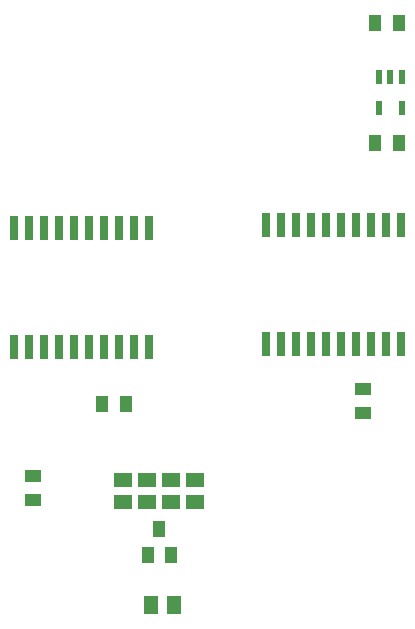
<source format=gbr>
G04 EAGLE Gerber RS-274X export*
G75*
%MOMM*%
%FSLAX34Y34*%
%LPD*%
%INSolderpaste Top*%
%IPPOS*%
%AMOC8*
5,1,8,0,0,1.08239X$1,22.5*%
G01*
%ADD10R,1.500000X1.300000*%
%ADD11R,1.000000X1.400000*%
%ADD12R,1.300000X1.500000*%
%ADD13R,0.660400X2.032000*%
%ADD14R,0.550000X1.200000*%
%ADD15R,1.400000X1.100000*%
%ADD16R,1.100000X1.400000*%


D10*
X25400Y-144120D03*
X25400Y-125120D03*
X5080Y-144120D03*
X5080Y-125120D03*
X-15240Y-144120D03*
X-15240Y-125120D03*
X-35560Y-144120D03*
X-35560Y-125120D03*
D11*
X-5080Y-166800D03*
X4420Y-188800D03*
X-14580Y-188800D03*
D12*
X6960Y-231140D03*
X-12040Y-231140D03*
D13*
X-13970Y88392D03*
X-26670Y88392D03*
X-39370Y88392D03*
X-52070Y88392D03*
X-64770Y88392D03*
X-77470Y88392D03*
X-90170Y88392D03*
X-102870Y88392D03*
X-102870Y-12192D03*
X-90170Y-12192D03*
X-77470Y-12192D03*
X-64770Y-12192D03*
X-52070Y-12192D03*
X-39370Y-12192D03*
X-26670Y-12192D03*
X-13970Y-12192D03*
X-115570Y88392D03*
X-128270Y88392D03*
X-115570Y-12192D03*
X-128270Y-12192D03*
X199390Y90932D03*
X186690Y90932D03*
X173990Y90932D03*
X161290Y90932D03*
X148590Y90932D03*
X135890Y90932D03*
X123190Y90932D03*
X110490Y90932D03*
X110490Y-9652D03*
X123190Y-9652D03*
X135890Y-9652D03*
X148590Y-9652D03*
X161290Y-9652D03*
X173990Y-9652D03*
X186690Y-9652D03*
X199390Y-9652D03*
X97790Y90932D03*
X85090Y90932D03*
X97790Y-9652D03*
X85090Y-9652D03*
D14*
X200000Y216200D03*
X190500Y216200D03*
X181000Y216200D03*
X181000Y190200D03*
X200000Y190200D03*
D15*
X-111760Y-122080D03*
X-111760Y-142080D03*
D16*
X197960Y160020D03*
X177960Y160020D03*
X-33180Y-60960D03*
X-53180Y-60960D03*
D15*
X167640Y-48420D03*
X167640Y-68420D03*
D16*
X197960Y261620D03*
X177960Y261620D03*
M02*

</source>
